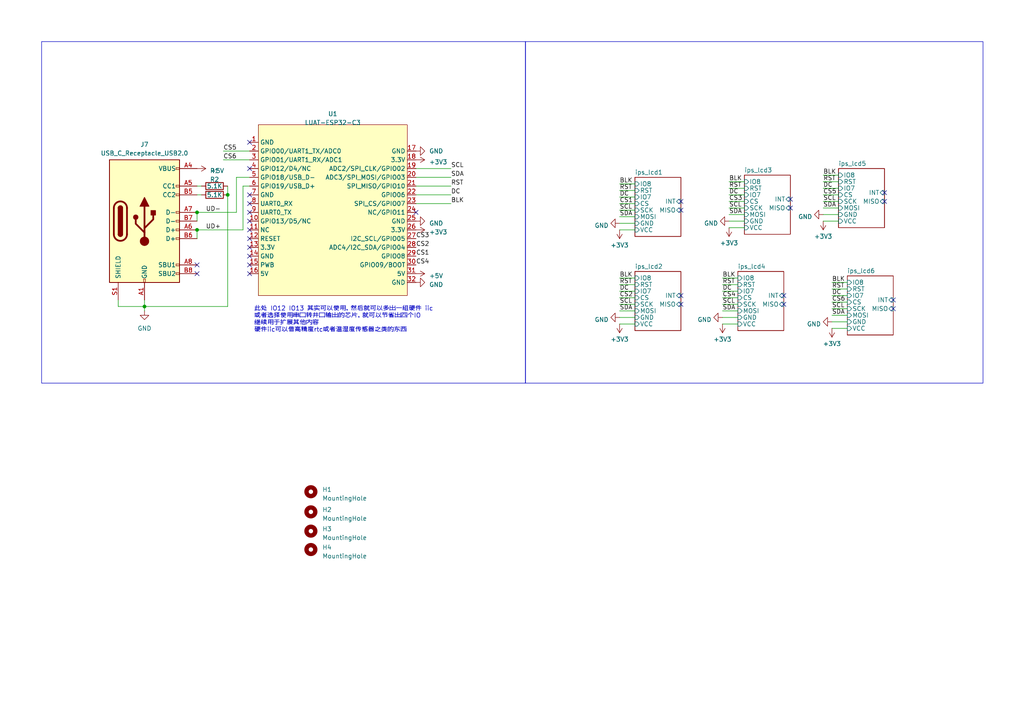
<source format=kicad_sch>
(kicad_sch (version 20230121) (generator eeschema)
  (paper "A4")
  (title_block (title "IPS ESP32C3 联网拟辉光管时钟") (rev "TheBadZhang"))
  (lib_symbols
    (symbol "Connector:USB_C_Receptacle_USB2.0" (pin_names (offset 1.016))
      (property "Reference" "J" (at -10.16 19.05 0))
      (property "Value" "USB_C_Receptacle_USB2.0" (at 19.05 19.05 0))
      (symbol "USB_C_Receptacle_USB2.0_0_0"
        (rectangle (start -0.254 -17.78) (end 0.254 -16.764))
        (rectangle (start 10.16 -14.986) (end 9.144 -15.494))
        (rectangle (start 10.16 -12.446) (end 9.144 -12.954))
        (rectangle (start 10.16 -4.826) (end 9.144 -5.334))
        (rectangle (start 10.16 -2.286) (end 9.144 -2.794))
        (rectangle (start 10.16 0.254) (end 9.144 -0.254))
        (rectangle (start 10.16 2.794) (end 9.144 2.286))
        (rectangle (start 10.16 7.874) (end 9.144 7.366))
        (rectangle (start 10.16 10.414) (end 9.144 9.906))
        (rectangle (start 10.16 15.494) (end 9.144 14.986))
      )
      (symbol "USB_C_Receptacle_USB2.0_0_1"
        (rectangle (start -10.16 17.78) (end 10.16 -17.78) (stroke (width 0.254)) (fill (type background)))
        (arc (start -8.89 -3.81) (mid -6.985 -5.7067) (end -5.08 -3.81) (stroke (width 0.508)))
        (arc (start -7.62 -3.81) (mid -6.985 -4.4423) (end -6.35 -3.81) (stroke (width 0.254)))
        (arc (start -7.62 -3.81) (mid -6.985 -4.4423) (end -6.35 -3.81) (stroke (width 0.254)) (fill (type outline)))
        (rectangle (start -7.62 -3.81) (end -6.35 3.81) (stroke (width 0.254)) (fill (type outline)))
        (arc (start -6.35 3.81) (mid -6.985 4.4423) (end -7.62 3.81) (stroke (width 0.254)))
        (arc (start -6.35 3.81) (mid -6.985 4.4423) (end -7.62 3.81) (stroke (width 0.254)) (fill (type outline)))
        (arc (start -5.08 3.81) (mid -6.985 5.7067) (end -8.89 3.81) (stroke (width 0.508)))
        (circle (center -2.54 1.143) (radius 0.635) (stroke (width 0.254)) (fill (type outline)))
        (circle (center 0 -5.842) (radius 1.27) (fill (type outline)))
        (polyline (pts (xy -8.89 -3.81) (xy -8.89 3.81)) (stroke (width 0.508)))
        (polyline (pts (xy -5.08 3.81) (xy -5.08 -3.81)) (stroke (width 0.508)))
        (polyline (pts (xy 0 -5.842) (xy 0 4.318)) (stroke (width 0.508)))
        (polyline (pts (xy 0 -3.302) (xy -2.54 -0.762) (xy -2.54 0.508)) (stroke (width 0.508)))
        (polyline (pts (xy 0 -2.032) (xy 2.54 0.508) (xy 2.54 1.778)) (stroke (width 0.508)))
        (polyline (pts (xy -1.27 4.318) (xy 0 6.858) (xy 1.27 4.318) (xy -1.27 4.318)) (stroke (width 0.254)) (fill (type outline)))
        (rectangle (start 1.905 1.778) (end 3.175 3.048) (stroke (width 0.254)) (fill (type outline)))
      )
      (symbol "USB_C_Receptacle_USB2.0_1_1"
        (pin passive line (at 0 -22.86 90) (length 5.08) (name "GND") (number "A1"))
        (pin passive line (at 0 -22.86 90) (length 5.08) hide (name "GND") (number "A12"))
        (pin passive line (at 15.24 15.24 180) (length 5.08) (name "VBUS") (number "A4"))
        (pin bidirectional line (at 15.24 10.16 180) (length 5.08) (name "CC1") (number "A5"))
        (pin bidirectional line (at 15.24 -2.54 180) (length 5.08) (name "D+") (number "A6"))
        (pin bidirectional line (at 15.24 2.54 180) (length 5.08) (name "D-") (number "A7"))
        (pin bidirectional line (at 15.24 -12.7 180) (length 5.08) (name "SBU1") (number "A8"))
        (pin passive line (at 15.24 15.24 180) (length 5.08) hide (name "VBUS") (number "A9"))
        (pin passive line (at 0 -22.86 90) (length 5.08) hide (name "GND") (number "B1"))
        (pin passive line (at 0 -22.86 90) (length 5.08) hide (name "GND") (number "B12"))
        (pin passive line (at 15.24 15.24 180) (length 5.08) hide (name "VBUS") (number "B4"))
        (pin bidirectional line (at 15.24 7.62 180) (length 5.08) (name "CC2") (number "B5"))
        (pin bidirectional line (at 15.24 -5.08 180) (length 5.08) (name "D+") (number "B6"))
        (pin bidirectional line (at 15.24 0 180) (length 5.08) (name "D-") (number "B7"))
        (pin bidirectional line (at 15.24 -15.24 180) (length 5.08) (name "SBU2") (number "B8"))
        (pin passive line (at 15.24 15.24 180) (length 5.08) hide (name "VBUS") (number "B9"))
        (pin passive line (at -7.62 -22.86 90) (length 5.08) (name "SHIELD") (number "S1"))
      )
    )
    (symbol "Device:R" (pin_numbers hide) (pin_names (offset 0))
      (property "Reference" "R" (at 2.032 0 90))
      (property "Value" "R" (at 0 0 90))
      (symbol "R_0_1"
        (rectangle (start -1.016 -2.54) (end 1.016 2.54) (stroke (width 0.254)))
      )
      (symbol "R_1_1"
        (pin passive line (at 0 3.81 270) (length 1.27) (name "~") (number "1"))
        (pin passive line (at 0 -3.81 90) (length 1.27) (name "~") (number "2"))
      )
    )
    (symbol "Mechanical:MountingHole" (pin_names (offset 1.016))
      (property "Reference" "H" (at 0 5.08 0))
      (property "Value" "MountingHole" (at 0 3.175 0))
      (symbol "MountingHole_0_1"
        (circle (center 0 0) (radius 1.27) (stroke (width 1.27)))
      )
    )
    (symbol "PCM_4ms_Power-symbol:+5V" (power) (pin_names (offset 0))
      (property "Value" "+5V" (at 0 3.556 0))
      (symbol "+5V_0_1"
        (polyline (pts (xy -0.762 1.27) (xy 0 2.54)))
        (polyline (pts (xy 0 0) (xy 0 2.54)))
        (polyline (pts (xy 0 2.54) (xy 0.762 1.27)))
      )
      (symbol "+5V_1_1"
        (pin power_in line (at 0 0 90) (length 0) hide (name "+5V") (number "1"))
      )
    )
    (symbol "PCM_4ms_Power-symbol:GND" (power) (pin_names (offset 0))
      (property "Value" "GND" (at 0 -3.81 0))
      (symbol "GND_0_1"
        (polyline (pts (xy 0 0) (xy 0 -1.27) (xy 1.27 -1.27) (xy 0 -2.54) (xy -1.27 -1.27) (xy 0 -1.27)))
      )
      (symbol "GND_1_1"
        (pin power_in line (at 0 0 270) (length 0) hide (name "GND") (number "1"))
      )
    )
    (symbol "my_symbol:LUAT-ESP32-C3"
      (property "Reference" "U" (at -8.89 24.13 0))
      (property "Value" "LUAT-ESP32-C3" (at 1.27 21.59 0))
      (symbol "LUAT-ESP32-C3_0_1"
        (rectangle (start -21.59 25.4) (end 21.59 -24.13) (fill (type background)))
      )
      (symbol "LUAT-ESP32-C3_1_1"
        (pin input line (at -24.13 20.32 0) (length 2.54) (name "GND") (number "1"))
        (pin input line (at -24.13 -2.54 0) (length 2.54) (name "GPIO13/D5/NC") (number "10"))
        (pin input line (at -24.13 -5.08 0) (length 2.54) (name "NC") (number "11"))
        (pin input line (at -24.13 -7.62 0) (length 2.54) (name "RESET") (number "12"))
        (pin input line (at -24.13 -10.16 0) (length 2.54) (name "3.3V") (number "13"))
        (pin input line (at -24.13 -12.7 0) (length 2.54) (name "GND") (number "14"))
        (pin input line (at -24.13 -15.24 0) (length 2.54) (name "PWB") (number "15"))
        (pin input line (at -24.13 -17.78 0) (length 2.54) (name "5V") (number "16"))
        (pin input line (at 24.13 17.78 180) (length 2.54) (name "GND") (number "17"))
        (pin input line (at 24.13 15.24 180) (length 2.54) (name "3.3V") (number "18"))
        (pin input line (at 24.13 12.7 180) (length 2.54) (name "ADC2/SPI_CLK/GPIO02") (number "19"))
        (pin input line (at -24.13 17.78 0) (length 2.54) (name "GPIO00/UART1_TX/ADC0") (number "2"))
        (pin input line (at 24.13 10.16 180) (length 2.54) (name "ADC3/SPI_MOSI/GPIO03") (number "20"))
        (pin input line (at 24.13 7.62 180) (length 2.54) (name "SPI_MISO/GPIO10") (number "21"))
        (pin input line (at 24.13 5.08 180) (length 2.54) (name "GPIO06") (number "22"))
        (pin input line (at 24.13 2.54 180) (length 2.54) (name "SPI_CS/GPIO07") (number "23"))
        (pin input line (at 24.13 0 180) (length 2.54) (name "NC/GPIO11") (number "24"))
        (pin input line (at 24.13 -2.54 180) (length 2.54) (name "GND") (number "25"))
        (pin input line (at 24.13 -5.08 180) (length 2.54) (name "3.3V") (number "26"))
        (pin input line (at 24.13 -7.62 180) (length 2.54) (name "I2C_SCL/GPIO05") (number "27"))
        (pin input line (at 24.13 -10.16 180) (length 2.54) (name "ADC4/I2C_SDA/GPIO04") (number "28"))
        (pin input line (at 24.13 -12.7 180) (length 2.54) (name "GPIO08") (number "29"))
        (pin input line (at -24.13 15.24 0) (length 2.54) (name "GPIO01/UART1_RX/ADC1") (number "3"))
        (pin input line (at 24.13 -15.24 180) (length 2.54) (name "GPIO09/BOOT") (number "30"))
        (pin input line (at 24.13 -17.78 180) (length 2.54) (name "5V") (number "31"))
        (pin input line (at 24.13 -20.32 180) (length 2.54) (name "GND") (number "32"))
        (pin input line (at -24.13 12.7 0) (length 2.54) (name "GPIO12/D4/NC") (number "4"))
        (pin input line (at -24.13 10.16 0) (length 2.54) (name "GPIO18/USB_D-") (number "5"))
        (pin input line (at -24.13 7.62 0) (length 2.54) (name "GPIO19/USB_D+") (number "6"))
        (pin input line (at -24.13 5.08 0) (length 2.54) (name "GND") (number "7"))
        (pin input line (at -24.13 2.54 0) (length 2.54) (name "UART0_RX") (number "8"))
        (pin input line (at -24.13 0 0) (length 2.54) (name "UART0_TX") (number "9"))
      )
    )
    (symbol "power:+3V3" (power) (pin_names (offset 0))
      (property "Value" "+3V3" (at 0 3.556 0))
      (symbol "+3V3_0_1"
        (polyline (pts (xy -0.762 1.27) (xy 0 2.54)))
        (polyline (pts (xy 0 0) (xy 0 2.54)))
        (polyline (pts (xy 0 2.54) (xy 0.762 1.27)))
      )
      (symbol "+3V3_1_1"
        (pin power_in line (at 0 0 90) (length 0) hide (name "+3V3") (number "1"))
      )
    )
  )
  (junction (at 57.15 66.675))
  (junction (at 66.04 56.515))
  (junction (at 41.91 88.9))
  (junction (at 57.15 61.595))
  (no_connect (at 227.33 85.725))
  (no_connect (at 72.39 48.895))
  (no_connect (at 72.39 41.275))
  (no_connect (at 72.39 59.055))
  (no_connect (at 259.08 86.995))
  (no_connect (at 72.39 76.835))
  (no_connect (at 72.39 69.215))
  (no_connect (at 259.08 89.535))
  (no_connect (at 72.39 61.595))
  (no_connect (at 120.65 61.595))
  (no_connect (at 197.485 88.265))
  (no_connect (at 229.235 60.325))
  (no_connect (at 72.39 71.755))
  (no_connect (at 227.33 88.265))
  (no_connect (at 72.39 74.295))
  (no_connect (at 72.39 64.135))
  (no_connect (at 256.54 58.42))
  (no_connect (at 197.485 60.96))
  (no_connect (at 57.15 76.835))
  (no_connect (at 256.54 55.88))
  (no_connect (at 72.39 66.675))
  (no_connect (at 72.39 79.375))
  (no_connect (at 72.39 56.515))
  (no_connect (at 57.15 79.375))
  (no_connect (at 229.235 57.785))
  (no_connect (at 197.485 58.42))
  (no_connect (at 197.485 85.725))
  (wire (pts (xy 179.705 59.055) (xy 184.15 59.055)))
  (wire (pts (xy 211.455 64.135) (xy 215.9 64.135)))
  (wire (pts (xy 34.29 88.9) (xy 41.91 88.9)))
  (wire (pts (xy 179.705 57.15) (xy 184.15 57.15)))
  (wire (pts (xy 211.455 58.42) (xy 215.9 58.42)))
  (wire (pts (xy 179.705 55.245) (xy 184.15 55.245)))
  (wire (pts (xy 179.705 66.675) (xy 184.15 66.675)))
  (wire (pts (xy 241.3 87.63) (xy 245.745 87.63)))
  (wire (pts (xy 238.76 54.61) (xy 243.205 54.61)))
  (wire (pts (xy 211.455 52.705) (xy 215.9 52.705)))
  (wire (pts (xy 241.3 81.915) (xy 245.745 81.915)))
  (wire (pts (xy 130.81 53.975) (xy 120.65 53.975)))
  (wire (pts (xy 68.58 61.595) (xy 57.15 61.595)))
  (wire (pts (xy 72.39 53.975) (xy 70.485 53.975)))
  (wire (pts (xy 130.81 59.055) (xy 120.65 59.055)))
  (wire (pts (xy 179.705 88.265) (xy 184.15 88.265)))
  (wire (pts (xy 130.81 56.515) (xy 120.65 56.515)))
  (wire (pts (xy 241.3 91.44) (xy 245.745 91.44)))
  (wire (pts (xy 57.15 61.595) (xy 57.15 64.135)))
  (wire (pts (xy 57.15 66.675) (xy 57.15 69.215)))
  (wire (pts (xy 66.04 56.515) (xy 66.04 88.9)))
  (wire (pts (xy 66.04 88.9) (xy 41.91 88.9)))
  (wire (pts (xy 209.55 86.36) (xy 213.995 86.36)))
  (wire (pts (xy 211.455 54.61) (xy 215.9 54.61)))
  (wire (pts (xy 209.55 92.075) (xy 213.995 92.075)))
  (wire (pts (xy 179.705 60.96) (xy 184.15 60.96)))
  (wire (pts (xy 72.39 51.435) (xy 68.58 51.435)))
  (wire (pts (xy 241.3 85.725) (xy 245.745 85.725)))
  (wire (pts (xy 238.76 52.705) (xy 243.205 52.705)))
  (wire (pts (xy 70.485 53.975) (xy 70.485 66.675)))
  (wire (pts (xy 211.455 66.04) (xy 215.9 66.04)))
  (wire (pts (xy 209.55 90.17) (xy 213.995 90.17)))
  (wire (pts (xy 209.55 93.98) (xy 213.995 93.98)))
  (wire (pts (xy 241.3 95.25) (xy 245.745 95.25)))
  (wire (pts (xy 130.81 48.895) (xy 120.65 48.895)))
  (wire (pts (xy 41.91 88.9) (xy 41.91 90.17)))
  (wire (pts (xy 209.55 88.265) (xy 213.995 88.265)))
  (wire (pts (xy 211.455 60.325) (xy 215.9 60.325)))
  (wire (pts (xy 68.58 51.435) (xy 68.58 61.595)))
  (wire (pts (xy 209.55 80.645) (xy 213.995 80.645)))
  (wire (pts (xy 211.455 62.23) (xy 215.9 62.23)))
  (wire (pts (xy 238.76 64.135) (xy 243.205 64.135)))
  (wire (pts (xy 241.3 89.535) (xy 245.745 89.535)))
  (wire (pts (xy 64.77 46.355) (xy 72.39 46.355)))
  (wire (pts (xy 209.55 84.455) (xy 213.995 84.455)))
  (wire (pts (xy 34.29 86.995) (xy 34.29 88.9)))
  (wire (pts (xy 238.76 62.23) (xy 243.205 62.23)))
  (wire (pts (xy 238.76 56.515) (xy 243.205 56.515)))
  (wire (pts (xy 179.705 86.36) (xy 184.15 86.36)))
  (wire (pts (xy 179.705 64.77) (xy 184.15 64.77)))
  (wire (pts (xy 238.76 50.8) (xy 243.205 50.8)))
  (wire (pts (xy 41.91 86.995) (xy 41.91 88.9)))
  (wire (pts (xy 66.04 53.975) (xy 66.04 56.515)))
  (wire (pts (xy 238.76 58.42) (xy 243.205 58.42)))
  (wire (pts (xy 179.705 84.455) (xy 184.15 84.455)))
  (wire (pts (xy 179.705 93.98) (xy 184.15 93.98)))
  (wire (pts (xy 241.3 93.345) (xy 245.745 93.345)))
  (wire (pts (xy 57.15 53.975) (xy 58.42 53.975)))
  (wire (pts (xy 179.705 90.17) (xy 184.15 90.17)))
  (wire (pts (xy 238.76 60.325) (xy 243.205 60.325)))
  (wire (pts (xy 64.77 43.815) (xy 72.39 43.815)))
  (wire (pts (xy 179.705 62.865) (xy 184.15 62.865)))
  (wire (pts (xy 179.705 82.55) (xy 184.15 82.55)))
  (wire (pts (xy 179.705 92.075) (xy 184.15 92.075)))
  (wire (pts (xy 130.81 51.435) (xy 120.65 51.435)))
  (wire (pts (xy 70.485 66.675) (xy 57.15 66.675)))
  (wire (pts (xy 211.455 56.515) (xy 215.9 56.515)))
  (wire (pts (xy 241.3 83.82) (xy 245.745 83.82)))
  (wire (pts (xy 179.705 80.645) (xy 184.15 80.645)))
  (wire (pts (xy 209.55 82.55) (xy 213.995 82.55)))
  (wire (pts (xy 179.705 53.34) (xy 184.15 53.34)))
  (wire (pts (xy 57.15 56.515) (xy 58.42 56.515)))
  (rectangle (start 12.065 12.065) (end 152.4 111.125))
  (rectangle (start 152.4 12.065) (end 285.115 111.125))
  (text "此处 IO12 IO13 其实可以使用，然后就可以多出一组硬件 iic\n或者选择使用串口转并口输出的芯片，就可以节省出四个IO\n继续用于扩展其他内容\n硬件iic可以借高精度rtc或者温湿度传感器之类的东西" (at 73.66 96.52 0) (effects (font (size 1.27 1.27)) (justify left bottom)))
  (label "SCL" (at 179.705 60.96 0))
  (label "SCL" (at 211.455 60.325 0))
  (label "SCL" (at 130.81 48.895 0))
  (label "DC" (at 179.705 57.15 0))
  (label "SDA" (at 241.3 91.44 0))
  (label "RST" (at 179.705 55.245 0))
  (label "BLK" (at 238.76 50.8 0))
  (label "CS6" (at 241.3 87.63 0))
  (label "UD-" (at 59.69 61.595 0))
  (label "CS3" (at 120.65 69.215 0))
  (label "DC" (at 238.76 54.61 0))
  (label "BLK" (at 211.455 52.705 0))
  (label "SDA" (at 179.705 62.865 0))
  (label "RST" (at 238.76 52.705 0))
  (label "CS4" (at 120.65 76.835 0))
  (label "SDA" (at 209.55 90.17 0))
  (label "DC" (at 211.455 56.515 0))
  (label "CS1" (at 179.705 59.055 0))
  (label "DC" (at 130.81 56.515 0))
  (label "RST" (at 211.455 54.61 0))
  (label "CS2" (at 179.705 86.36 0))
  (label "DC" (at 241.3 85.725 0))
  (label "SDA" (at 211.455 62.23 0))
  (label "SCL" (at 179.705 88.265 0))
  (label "BLK" (at 130.81 59.055 0))
  (label "DC" (at 209.55 84.455 0))
  (label "CS1" (at 120.65 74.295 0))
  (label "SDA" (at 238.76 60.325 0))
  (label "CS5" (at 64.77 43.815 0))
  (label "BLK" (at 241.3 81.915 0))
  (label "UD+" (at 59.69 66.675 0))
  (label "CS3" (at 211.455 58.42 0))
  (label "RST" (at 179.705 82.55 0))
  (label "BLK" (at 179.705 80.645 0))
  (label "SCL" (at 209.55 88.265 0))
  (label "RST" (at 209.55 82.55 0))
  (label "SDA" (at 179.705 90.17 0))
  (label "CS2" (at 120.65 71.755 0))
  (label "DC" (at 179.705 84.455 0))
  (label "BLK" (at 209.55 80.645 0))
  (label "CS6" (at 64.77 46.355 0))
  (label "SDA" (at 130.81 51.435 0))
  (label "SCL" (at 241.3 89.535 0))
  (label "SCL" (at 238.76 58.42 0))
  (label "RST" (at 130.81 53.975 0))
  (label "CS5" (at 238.76 56.515 0))
  (label "RST" (at 241.3 83.82 0))
  (label "BLK" (at 179.705 53.34 0))
  (label "CS4" (at 209.55 86.36 0))
  (symbol (lib_id "PCM_4ms_Power-symbol:GND") (at 120.65 64.135 90) (unit 1)
    (property "Reference" "#PWR03" (effects hide))
    (property "Value" "GND" (at 124.46 64.77 90) (effects (justify right)))
  )
  (symbol (lib_id "my_symbol:LUAT-ESP32-C3") (at 96.52 61.595 0) (unit 1)
    (property "Reference" "U1" (at 96.52 33.02 0))
    (property "Value" "LUAT-ESP32-C3" (at 96.52 35.56 0))
    (property "Footprint" "my_footprint:LUAT-ESP32-C3" (effects hide))
    (property "Datasheet" "https://wiki.luatos.com/chips/esp32c3/index.html" (effects hide))
    (property "注意事项1" "开发板外置SPI FLASH VDD 连接 3.3V 电源，GPIO11 默认为 SPI FLASH VDD 需要额外配置才能够使用，参考手册下方评论" (effects hide))
    (property "注意事项2" "GPIO12、GPIO13为QIO引脚，板子设计成DIO模式，这两个引脚可以复用，但是使用ESP-IDF需要额外进行配置flash模式" (effects hide))
    (property "注意事项3" "IO09（boot）上电前下拉会进入下载模式，IO08不要外部下拉，会影响串口烧录" (effects hide))
  )
  (symbol (lib_id "Mechanical:MountingHole") (at 90.17 154.051 0) (unit 1)
    (property "Reference" "H3" (at 93.472 153.416 0) (effects (justify left)))
    (property "Value" "MountingHole" (at 93.472 155.956 0) (effects (justify left)))
    (property "Footprint" "MountingHole:MountingHole_2.2mm_M2_Pad" (effects hide))
  )
  (symbol (lib_id "power:+3V3") (at 211.455 66.04 180) (unit 1)
    (property "Reference" "#PWR014" (effects hide))
    (property "Value" "+3V3" (at 211.455 70.485 0))
  )
  (symbol (lib_id "PCM_4ms_Power-symbol:GND") (at 179.705 92.075 270) (unit 1)
    (property "Reference" "#PWR09" (effects hide))
    (property "Value" "GND" (at 176.53 92.71 90) (effects (justify right)))
  )
  (symbol (lib_id "PCM_4ms_Power-symbol:+5V") (at 57.15 48.895 270) (unit 1)
    (property "Reference" "#PWR019" (effects hide))
    (property "Value" "+5V" (at 60.96 49.53 90) (effects (justify left)))
  )
  (symbol (lib_id "power:+3V3") (at 179.705 66.675 180) (unit 1)
    (property "Reference" "#PWR08" (effects hide))
    (property "Value" "+3V3" (at 179.705 71.12 0))
  )
  (symbol (lib_id "Connector:USB_C_Receptacle_USB2.0") (at 41.91 64.135 0) (unit 1)
    (property "Reference" "J7" (at 41.91 41.91 0))
    (property "Value" "USB_C_Receptacle_USB2.0" (at 41.91 44.45 0))
    (property "Footprint" "Connector_USB:USB_C_Receptacle_G-Switch_GT-USB-7010ASV" (effects hide))
    (property "Datasheet" "https://www.usb.org/sites/default/files/documents/usb_type-c.zip" (effects hide))
  )
  (symbol (lib_id "PCM_4ms_Power-symbol:GND") (at 120.65 81.915 90) (unit 1)
    (property "Reference" "#PWR06" (effects hide))
    (property "Value" "GND" (at 124.46 82.55 90) (effects (justify right)))
  )
  (symbol (lib_id "Device:R") (at 62.23 56.515 90) (unit 1)
    (property "Reference" "R2" (at 62.23 52.07 90))
    (property "Value" "5.1K" (at 62.23 56.515 90))
    (property "Footprint" "Resistor_SMD:R_0603_1608Metric" (effects hide))
  )
  (symbol (lib_id "PCM_4ms_Power-symbol:GND") (at 209.55 92.075 270) (unit 1)
    (property "Reference" "#PWR011" (effects hide))
    (property "Value" "GND" (at 206.375 92.71 90) (effects (justify right)))
  )
  (symbol (lib_id "PCM_4ms_Power-symbol:GND") (at 211.455 64.135 270) (unit 1)
    (property "Reference" "#PWR013" (effects hide))
    (property "Value" "GND" (at 208.28 64.77 90) (effects (justify right)))
  )
  (symbol (lib_id "power:+3V3") (at 120.65 66.675 270) (unit 1)
    (property "Reference" "#PWR04" (effects hide))
    (property "Value" "+3V3" (at 124.46 67.31 90) (effects (justify left)))
  )
  (symbol (lib_id "PCM_4ms_Power-symbol:GND") (at 120.65 43.815 90) (unit 1)
    (property "Reference" "#PWR01" (effects hide))
    (property "Value" "GND" (at 124.46 43.815 90) (effects (justify right)))
  )
  (symbol (lib_id "power:+3V3") (at 241.3 95.25 180) (unit 1)
    (property "Reference" "#PWR018" (effects hide))
    (property "Value" "+3V3" (at 241.3 99.695 0))
  )
  (symbol (lib_id "power:+3V3") (at 238.76 64.135 180) (unit 1)
    (property "Reference" "#PWR016" (effects hide))
    (property "Value" "+3V3" (at 238.76 68.58 0))
  )
  (symbol (lib_id "Device:R") (at 62.23 53.975 90) (unit 1)
    (property "Reference" "R1" (at 62.23 49.53 90))
    (property "Value" "5.1K" (at 62.23 53.975 90))
    (property "Footprint" "Resistor_SMD:R_0603_1608Metric" (effects hide))
  )
  (symbol (lib_id "power:+3V3") (at 209.55 93.98 180) (unit 1)
    (property "Reference" "#PWR012" (effects hide))
    (property "Value" "+3V3" (at 209.55 98.425 0))
  )
  (symbol (lib_id "PCM_4ms_Power-symbol:GND") (at 241.3 93.345 270) (unit 1)
    (property "Reference" "#PWR017" (effects hide))
    (property "Value" "GND" (at 238.125 93.98 90) (effects (justify right)))
  )
  (symbol (lib_id "PCM_4ms_Power-symbol:+5V") (at 120.65 79.375 270) (unit 1)
    (property "Reference" "#PWR05" (effects hide))
    (property "Value" "+5V" (at 124.46 80.01 90) (effects (justify left)))
  )
  (symbol (lib_id "PCM_4ms_Power-symbol:GND") (at 41.91 90.17 0) (unit 1)
    (property "Reference" "#PWR020" (effects hide))
    (property "Value" "GND" (at 41.91 95.25 0))
  )
  (symbol (lib_id "power:+3V3") (at 179.705 93.98 180) (unit 1)
    (property "Reference" "#PWR010" (effects hide))
    (property "Value" "+3V3" (at 179.705 98.425 0))
  )
  (symbol (lib_id "power:+3V3") (at 120.65 46.355 270) (unit 1)
    (property "Reference" "#PWR02" (effects hide))
    (property "Value" "+3V3" (at 124.46 46.99 90) (effects (justify left)))
  )
  (symbol (lib_id "Mechanical:MountingHole") (at 90.17 159.385 0) (unit 1)
    (property "Reference" "H4" (at 93.472 158.75 0) (effects (justify left)))
    (property "Value" "MountingHole" (at 93.472 161.29 0) (effects (justify left)))
    (property "Footprint" "MountingHole:MountingHole_2.2mm_M2_Pad" (effects hide))
  )
  (symbol (lib_id "PCM_4ms_Power-symbol:GND") (at 179.705 64.77 270) (unit 1)
    (property "Reference" "#PWR07" (effects hide))
    (property "Value" "GND" (at 176.53 65.405 90) (effects (justify right)))
  )
  (symbol (lib_id "Mechanical:MountingHole") (at 90.17 148.463 0) (unit 1)
    (property "Reference" "H2" (at 93.472 147.828 0) (effects (justify left)))
    (property "Value" "MountingHole" (at 93.472 150.368 0) (effects (justify left)))
    (property "Footprint" "MountingHole:MountingHole_2.2mm_M2_Pad" (effects hide))
  )
  (symbol (lib_id "Mechanical:MountingHole") (at 90.17 142.621 0) (unit 1)
    (property "Reference" "H1" (at 93.472 141.986 0) (effects (justify left)))
    (property "Value" "MountingHole" (at 93.472 144.526 0) (effects (justify left)))
    (property "Footprint" "MountingHole:MountingHole_2.2mm_M2_Pad" (effects hide))
  )
  (symbol (lib_id "PCM_4ms_Power-symbol:GND") (at 238.76 62.23 270) (unit 1)
    (property "Reference" "#PWR015" (effects hide))
    (property "Value" "GND" (at 235.585 62.865 90) (effects (justify right)))
  )
  (sheet (at 184.15 51.435) (size 13.335 17.145) (stroke (width 0.1524))
    (property "Sheetname" "ips_lcd1" (at 184.15 50.7234 0) (effects (justify left bottom)))
    (property "Sheetfile" "C:/Users/tbz/OneDrive/doc/kicad_schematic/pmod_spi.kicad_sch" (effects hide))
    (pin "VCC" input (at 184.15 66.675 180))
    (pin "RST" input (at 184.15 55.245 180))
    (pin "INT" input (at 197.485 58.42 0))
    (pin "IO7" input (at 184.15 57.15 180))
    (pin "IO8" input (at 184.15 53.34 180))
    (pin "GND" input (at 184.15 64.77 180))
    (pin "MISO" input (at 197.485 60.96 0))
    (pin "MOSI" input (at 184.15 62.865 180))
    (pin "CS" input (at 184.15 59.055 180))
    (pin "SCK" input (at 184.15 60.96 180))
  )
  (sheet (at 213.995 78.74) (size 13.335 17.145) (stroke (width 0.1524))
    (property "Sheetname" "ips_lcd4" (at 213.995 78.0284 0) (effects (justify left bottom)))
    (property "Sheetfile" "C:/Users/tbz/OneDrive/doc/kicad_schematic/pmod_spi.kicad_sch" (effects hide))
    (pin "VCC" input (at 213.995 93.98 180))
    (pin "RST" input (at 213.995 82.55 180))
    (pin "INT" input (at 227.33 85.725 0))
    (pin "IO7" input (at 213.995 84.455 180))
    (pin "IO8" input (at 213.995 80.645 180))
    (pin "GND" input (at 213.995 92.075 180))
    (pin "MISO" input (at 227.33 88.265 0))
    (pin "MOSI" input (at 213.995 90.17 180))
    (pin "CS" input (at 213.995 86.36 180))
    (pin "SCK" input (at 213.995 88.265 180))
  )
  (sheet (at 243.205 48.895) (size 13.335 17.145) (stroke (width 0.1524))
    (property "Sheetname" "ips_lcd5" (at 243.205 48.1834 0) (effects (justify left bottom)))
    (property "Sheetfile" "C:/Users/tbz/OneDrive/doc/kicad_schematic/pmod_spi.kicad_sch" (effects hide))
    (pin "VCC" input (at 243.205 64.135 180))
    (pin "RST" input (at 243.205 52.705 180))
    (pin "INT" input (at 256.54 55.88 0))
    (pin "IO7" input (at 243.205 54.61 180))
    (pin "IO8" input (at 243.205 50.8 180))
    (pin "GND" input (at 243.205 62.23 180))
    (pin "MISO" input (at 256.54 58.42 0))
    (pin "MOSI" input (at 243.205 60.325 180))
    (pin "CS" input (at 243.205 56.515 180))
    (pin "SCK" input (at 243.205 58.42 180))
  )
  (sheet (at 245.745 80.01) (size 13.335 17.145) (stroke (width 0.1524))
    (property "Sheetname" "ips_lcd6" (at 245.745 79.2984 0) (effects (justify left bottom)))
    (property "Sheetfile" "C:/Users/tbz/OneDrive/doc/kicad_schematic/pmod_spi.kicad_sch" (effects hide))
    (pin "VCC" input (at 245.745 95.25 180))
    (pin "RST" input (at 245.745 83.82 180))
    (pin "INT" input (at 259.08 86.995 0))
    (pin "IO7" input (at 245.745 85.725 180))
    (pin "IO8" input (at 245.745 81.915 180))
    (pin "GND" input (at 245.745 93.345 180))
    (pin "MISO" input (at 259.08 89.535 0))
    (pin "MOSI" input (at 245.745 91.44 180))
    (pin "CS" input (at 245.745 87.63 180))
    (pin "SCK" input (at 245.745 89.535 180))
  )
  (sheet (at 184.15 78.74) (size 13.335 17.145) (stroke (width 0.1524))
    (property "Sheetname" "ips_lcd2" (at 184.15 78.0284 0) (effects (justify left bottom)))
    (property "Sheetfile" "C:/Users/tbz/OneDrive/doc/kicad_schematic/pmod_spi.kicad_sch" (effects hide))
    (pin "VCC" input (at 184.15 93.98 180))
    (pin "RST" input (at 184.15 82.55 180))
    (pin "INT" input (at 197.485 85.725 0))
    (pin "IO7" input (at 184.15 84.455 180))
    (pin "IO8" input (at 184.15 80.645 180))
    (pin "GND" input (at 184.15 92.075 180))
    (pin "MISO" input (at 197.485 88.265 0))
    (pin "MOSI" input (at 184.15 90.17 180))
    (pin "CS" input (at 184.15 86.36 180))
    (pin "SCK" input (at 184.15 88.265 180))
  )
  (sheet (at 215.9 50.8) (size 13.335 17.145) (stroke (width 0.1524))
    (property "Sheetname" "ips_lcd3" (at 215.9 50.0884 0) (effects (justify left bottom)))
    (property "Sheetfile" "C:/Users/tbz/OneDrive/doc/kicad_schematic/pmod_spi.kicad_sch" (effects hide))
    (pin "VCC" input (at 215.9 66.04 180))
    (pin "RST" input (at 215.9 54.61 180))
    (pin "INT" input (at 229.235 57.785 0))
    (pin "IO7" input (at 215.9 56.515 180))
    (pin "IO8" input (at 215.9 52.705 180))
    (pin "GND" input (at 215.9 64.135 180))
    (pin "MISO" input (at 229.235 60.325 0))
    (pin "MOSI" input (at 215.9 62.23 180))
    (pin "CS" input (at 215.9 58.42 180))
    (pin "SCK" input (at 215.9 60.325 180))
  )
)
</source>
